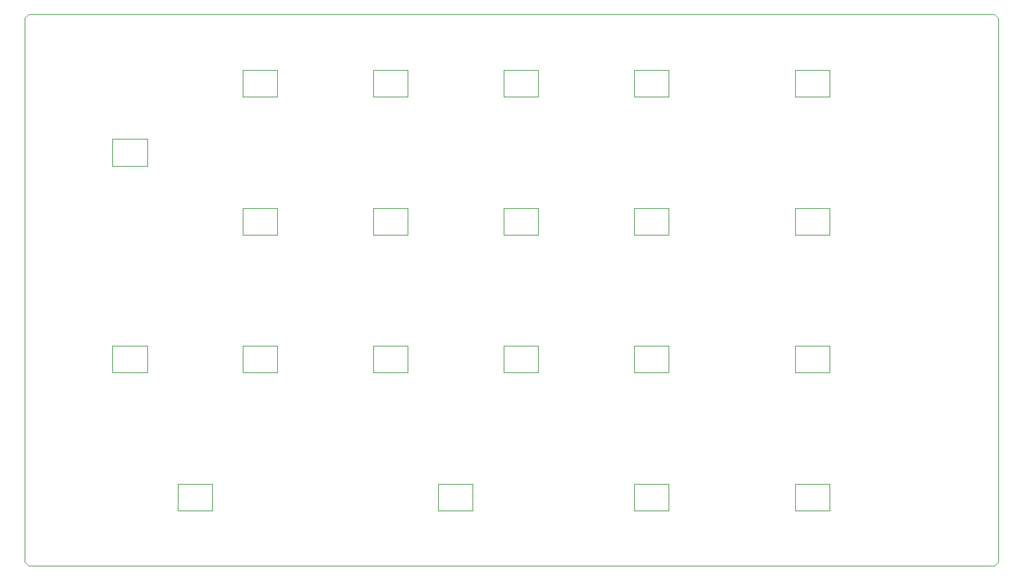
<source format=gm1>
G04 #@! TF.GenerationSoftware,KiCad,Pcbnew,(5.1.5)-3*
G04 #@! TF.CreationDate,2021-03-06T01:32:49+09:00*
G04 #@! TF.ProjectId,Setta21,53657474-6132-4312-9e6b-696361645f70,rev?*
G04 #@! TF.SameCoordinates,Original*
G04 #@! TF.FileFunction,Profile,NP*
%FSLAX46Y46*%
G04 Gerber Fmt 4.6, Leading zero omitted, Abs format (unit mm)*
G04 Created by KiCad (PCBNEW (5.1.5)-3) date 2021-03-06 01:32:49*
%MOMM*%
%LPD*%
G04 APERTURE LIST*
%ADD10C,0.100000*%
G04 APERTURE END LIST*
D10*
X63000000Y-58500000D02*
X63500000Y-58000000D01*
X63000000Y-129500000D02*
X63500000Y-130000000D01*
X190000000Y-129500000D02*
X189500000Y-130000000D01*
X189500000Y-58000000D02*
X190000000Y-58500000D01*
X82950000Y-122800000D02*
X82950000Y-119300000D01*
X87450000Y-122800000D02*
X82950000Y-122800000D01*
X87450000Y-119300000D02*
X87450000Y-122800000D01*
X82950000Y-119300000D02*
X87450000Y-119300000D01*
X74450000Y-104800000D02*
X74450000Y-101300000D01*
X78950000Y-104800000D02*
X74450000Y-104800000D01*
X78950000Y-101300000D02*
X78950000Y-104800000D01*
X74450000Y-101300000D02*
X78950000Y-101300000D01*
X74450000Y-77800000D02*
X74450000Y-74300000D01*
X78950000Y-77800000D02*
X74450000Y-77800000D01*
X78950000Y-74300000D02*
X78950000Y-77800000D01*
X74450000Y-74300000D02*
X78950000Y-74300000D01*
X91450000Y-68800000D02*
X91450000Y-65300000D01*
X95950000Y-68800000D02*
X91450000Y-68800000D01*
X95950000Y-65300000D02*
X95950000Y-68800000D01*
X91450000Y-65300000D02*
X95950000Y-65300000D01*
X91450000Y-86800000D02*
X91450000Y-83300000D01*
X95950000Y-86800000D02*
X91450000Y-86800000D01*
X95950000Y-83300000D02*
X95950000Y-86800000D01*
X91450000Y-83300000D02*
X95950000Y-83300000D01*
X91450000Y-104800000D02*
X91450000Y-101300000D01*
X95950000Y-104800000D02*
X91450000Y-104800000D01*
X95950000Y-101300000D02*
X95950000Y-104800000D01*
X91450000Y-101300000D02*
X95950000Y-101300000D01*
X108450000Y-104800000D02*
X108450000Y-101300000D01*
X112950000Y-104800000D02*
X108450000Y-104800000D01*
X112950000Y-101300000D02*
X112950000Y-104800000D01*
X108450000Y-101300000D02*
X112950000Y-101300000D01*
X108450000Y-86800000D02*
X108450000Y-83300000D01*
X112950000Y-86800000D02*
X108450000Y-86800000D01*
X112950000Y-83300000D02*
X112950000Y-86800000D01*
X108450000Y-83300000D02*
X112950000Y-83300000D01*
X108450000Y-68800000D02*
X108450000Y-65300000D01*
X112950000Y-68800000D02*
X108450000Y-68800000D01*
X112950000Y-65300000D02*
X112950000Y-68800000D01*
X108450000Y-65300000D02*
X112950000Y-65300000D01*
X125450000Y-68800000D02*
X125450000Y-65300000D01*
X129950000Y-68800000D02*
X125450000Y-68800000D01*
X129950000Y-65300000D02*
X129950000Y-68800000D01*
X125450000Y-65300000D02*
X129950000Y-65300000D01*
X125450000Y-86800000D02*
X125450000Y-83300000D01*
X129950000Y-86800000D02*
X125450000Y-86800000D01*
X129950000Y-83300000D02*
X129950000Y-86800000D01*
X125450000Y-83300000D02*
X129950000Y-83300000D01*
X125450000Y-104800000D02*
X125450000Y-101300000D01*
X129950000Y-104800000D02*
X125450000Y-104800000D01*
X129950000Y-101300000D02*
X129950000Y-104800000D01*
X125450000Y-101300000D02*
X129950000Y-101300000D01*
X116950000Y-122800000D02*
X116950000Y-119300000D01*
X121450000Y-122800000D02*
X116950000Y-122800000D01*
X121450000Y-119300000D02*
X121450000Y-122800000D01*
X116950000Y-119300000D02*
X121450000Y-119300000D01*
X142450000Y-122800000D02*
X142450000Y-119300000D01*
X146950000Y-122800000D02*
X142450000Y-122800000D01*
X146950000Y-119300000D02*
X146950000Y-122800000D01*
X142450000Y-119300000D02*
X146950000Y-119300000D01*
X142450000Y-104800000D02*
X142450000Y-101300000D01*
X146950000Y-104800000D02*
X142450000Y-104800000D01*
X146950000Y-101300000D02*
X146950000Y-104800000D01*
X142450000Y-101300000D02*
X146950000Y-101300000D01*
X142450000Y-86800000D02*
X142450000Y-83300000D01*
X146950000Y-86800000D02*
X142450000Y-86800000D01*
X146950000Y-83300000D02*
X146950000Y-86800000D01*
X142450000Y-83300000D02*
X146950000Y-83300000D01*
X142450000Y-68800000D02*
X142450000Y-65300000D01*
X146950000Y-68800000D02*
X142450000Y-68800000D01*
X146950000Y-65300000D02*
X146950000Y-68800000D01*
X142450000Y-65300000D02*
X146950000Y-65300000D01*
X163450000Y-68800000D02*
X163450000Y-65300000D01*
X167950000Y-68800000D02*
X163450000Y-68800000D01*
X167950000Y-65300000D02*
X167950000Y-68800000D01*
X163450000Y-65300000D02*
X167950000Y-65300000D01*
X163450000Y-86800000D02*
X163450000Y-83300000D01*
X167950000Y-86800000D02*
X163450000Y-86800000D01*
X167950000Y-83300000D02*
X167950000Y-86800000D01*
X163450000Y-83300000D02*
X167950000Y-83300000D01*
X163450000Y-104800000D02*
X163450000Y-101300000D01*
X167950000Y-104800000D02*
X163450000Y-104800000D01*
X167950000Y-101300000D02*
X167950000Y-104800000D01*
X163450000Y-101300000D02*
X167950000Y-101300000D01*
X167950000Y-119300000D02*
X163450000Y-119300000D01*
X167950000Y-122800000D02*
X167950000Y-119300000D01*
X163450000Y-122800000D02*
X167950000Y-122800000D01*
X163450000Y-119300000D02*
X163450000Y-122800000D01*
X190000000Y-58500000D02*
X190000000Y-129500000D01*
X63500000Y-58000000D02*
X189500000Y-58000000D01*
X63000000Y-129500000D02*
X63000000Y-58500000D01*
X189500000Y-130000000D02*
X63500000Y-130000000D01*
M02*

</source>
